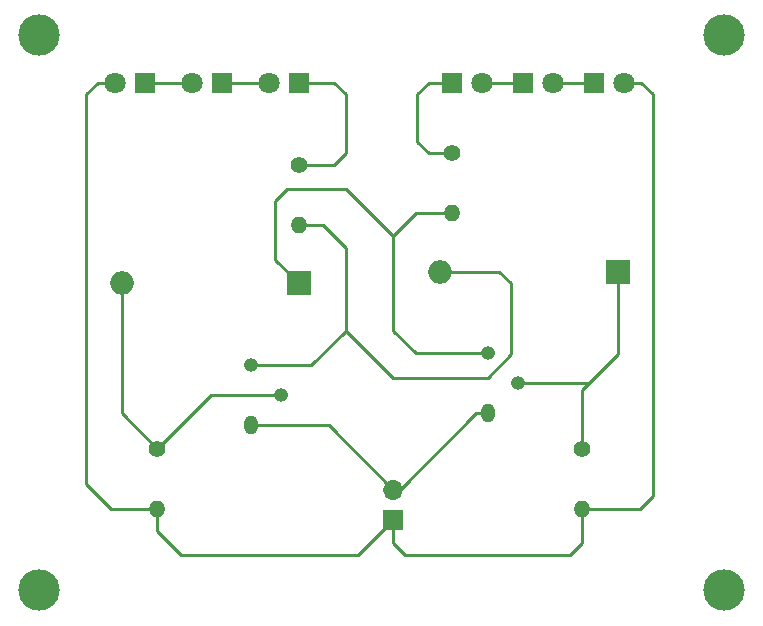
<source format=gbr>
%TF.GenerationSoftware,KiCad,Pcbnew,(5.1.12)-1*%
%TF.CreationDate,2023-08-13T12:23:47+05:30*%
%TF.ProjectId,dancing led,64616e63-696e-4672-906c-65642e6b6963,rev?*%
%TF.SameCoordinates,Original*%
%TF.FileFunction,Copper,L2,Bot*%
%TF.FilePolarity,Positive*%
%FSLAX46Y46*%
G04 Gerber Fmt 4.6, Leading zero omitted, Abs format (unit mm)*
G04 Created by KiCad (PCBNEW (5.1.12)-1) date 2023-08-13 12:23:47*
%MOMM*%
%LPD*%
G01*
G04 APERTURE LIST*
%TA.AperFunction,ComponentPad*%
%ADD10O,1.200000X1.200000*%
%TD*%
%TA.AperFunction,ComponentPad*%
%ADD11O,1.200000X1.600000*%
%TD*%
%TA.AperFunction,ComponentPad*%
%ADD12C,1.800000*%
%TD*%
%TA.AperFunction,ComponentPad*%
%ADD13R,1.800000X1.800000*%
%TD*%
%TA.AperFunction,ComponentPad*%
%ADD14O,1.400000X1.400000*%
%TD*%
%TA.AperFunction,ComponentPad*%
%ADD15C,1.400000*%
%TD*%
%TA.AperFunction,ComponentPad*%
%ADD16O,2.000000X2.000000*%
%TD*%
%TA.AperFunction,ComponentPad*%
%ADD17R,2.000000X2.000000*%
%TD*%
%TA.AperFunction,ComponentPad*%
%ADD18O,1.700000X1.700000*%
%TD*%
%TA.AperFunction,ComponentPad*%
%ADD19R,1.700000X1.700000*%
%TD*%
%TA.AperFunction,ViaPad*%
%ADD20C,3.500000*%
%TD*%
%TA.AperFunction,Conductor*%
%ADD21C,0.250000*%
%TD*%
G04 APERTURE END LIST*
D10*
%TO.P,T2,3*%
%TO.N,Net-(C1-Pad1)*%
X172000000Y-95920000D03*
%TO.P,T2,2*%
%TO.N,Net-(C2-Pad1)*%
X174540000Y-98460000D03*
D11*
%TO.P,T2,1*%
%TO.N,Net-(9V1-Pad2)*%
X172000000Y-101000000D03*
%TD*%
D10*
%TO.P,T1,3*%
%TO.N,Net-(C2-Pad2)*%
X152000000Y-96920000D03*
%TO.P,T1,2*%
%TO.N,Net-(C1-Pad2)*%
X154540000Y-99460000D03*
D11*
%TO.P,T1,1*%
%TO.N,Net-(9V1-Pad2)*%
X152000000Y-102000000D03*
%TD*%
D12*
%TO.P,R7,2*%
%TO.N,Net-(G3-Pad1)*%
X177540000Y-73000000D03*
D13*
%TO.P,R7,1*%
%TO.N,Net-(G2-Pad2)*%
X175000000Y-73000000D03*
%TD*%
D12*
%TO.P,R6,2*%
%TO.N,Net-(G1-Pad1)*%
X153460000Y-73000000D03*
D13*
%TO.P,R6,1*%
%TO.N,Net-(R1-Pad1)*%
X156000000Y-73000000D03*
%TD*%
D12*
%TO.P,R5,2*%
%TO.N,Net-(9V1-Pad1)*%
X140460000Y-73000000D03*
D13*
%TO.P,R5,1*%
%TO.N,Net-(G1-Pad2)*%
X143000000Y-73000000D03*
%TD*%
D14*
%TO.P,R4,2*%
%TO.N,Net-(9V1-Pad1)*%
X180000000Y-109080000D03*
D15*
%TO.P,R4,1*%
%TO.N,Net-(C2-Pad1)*%
X180000000Y-104000000D03*
%TD*%
D14*
%TO.P,R3,2*%
%TO.N,Net-(9V1-Pad1)*%
X144000000Y-109080000D03*
D15*
%TO.P,R3,1*%
%TO.N,Net-(C1-Pad2)*%
X144000000Y-104000000D03*
%TD*%
D14*
%TO.P,R2,2*%
%TO.N,Net-(C1-Pad1)*%
X169000000Y-84080000D03*
D15*
%TO.P,R2,1*%
%TO.N,Net-(G2-Pad1)*%
X169000000Y-79000000D03*
%TD*%
D14*
%TO.P,R1,2*%
%TO.N,Net-(C2-Pad2)*%
X156000000Y-85080000D03*
D15*
%TO.P,R1,1*%
%TO.N,Net-(R1-Pad1)*%
X156000000Y-80000000D03*
%TD*%
D12*
%TO.P,G3,2*%
%TO.N,Net-(9V1-Pad1)*%
X183540000Y-73000000D03*
D13*
%TO.P,G3,1*%
%TO.N,Net-(G3-Pad1)*%
X181000000Y-73000000D03*
%TD*%
D12*
%TO.P,G2,2*%
%TO.N,Net-(G2-Pad2)*%
X171540000Y-73000000D03*
D13*
%TO.P,G2,1*%
%TO.N,Net-(G2-Pad1)*%
X169000000Y-73000000D03*
%TD*%
D12*
%TO.P,G1,2*%
%TO.N,Net-(G1-Pad2)*%
X147000000Y-73000000D03*
D13*
%TO.P,G1,1*%
%TO.N,Net-(G1-Pad1)*%
X149540000Y-73000000D03*
%TD*%
D16*
%TO.P,C2,2*%
%TO.N,Net-(C2-Pad2)*%
X168000000Y-89000000D03*
D17*
%TO.P,C2,1*%
%TO.N,Net-(C2-Pad1)*%
X183000000Y-89000000D03*
%TD*%
D16*
%TO.P,C1,2*%
%TO.N,Net-(C1-Pad2)*%
X141000000Y-90000000D03*
D17*
%TO.P,C1,1*%
%TO.N,Net-(C1-Pad1)*%
X156000000Y-90000000D03*
%TD*%
D18*
%TO.P,9V1,2*%
%TO.N,Net-(9V1-Pad2)*%
X164000000Y-107460000D03*
D19*
%TO.P,9V1,1*%
%TO.N,Net-(9V1-Pad1)*%
X164000000Y-110000000D03*
%TD*%
D20*
%TO.N,*%
X134000000Y-69000000D03*
X192000000Y-69000000D03*
X134000000Y-116000000D03*
X192000000Y-116000000D03*
%TD*%
D21*
%TO.N,Net-(9V1-Pad2)*%
X158540000Y-102000000D02*
X164000000Y-107460000D01*
X152000000Y-102000000D02*
X158540000Y-102000000D01*
X172000000Y-101000000D02*
X171000000Y-101000000D01*
X164540000Y-107460000D02*
X164000000Y-107460000D01*
X171000000Y-101000000D02*
X164540000Y-107460000D01*
%TO.N,Net-(9V1-Pad1)*%
X183540000Y-73000000D02*
X185000000Y-73000000D01*
X185000000Y-73000000D02*
X186000000Y-74000000D01*
X186000000Y-74000000D02*
X186000000Y-108000000D01*
X184920000Y-109080000D02*
X180000000Y-109080000D01*
X186000000Y-108000000D02*
X184920000Y-109080000D01*
X140460000Y-73000000D02*
X139000000Y-73000000D01*
X139000000Y-73000000D02*
X138000000Y-74000000D01*
X138000000Y-74000000D02*
X138000000Y-107000000D01*
X140080000Y-109080000D02*
X144000000Y-109080000D01*
X138000000Y-107000000D02*
X140080000Y-109080000D01*
X144000000Y-109080000D02*
X144000000Y-111000000D01*
X144000000Y-111000000D02*
X146000000Y-113000000D01*
X161000000Y-113000000D02*
X164000000Y-110000000D01*
X146000000Y-113000000D02*
X161000000Y-113000000D01*
X164000000Y-110000000D02*
X164000000Y-112000000D01*
X164000000Y-112000000D02*
X165000000Y-113000000D01*
X165000000Y-113000000D02*
X179000000Y-113000000D01*
X180000000Y-112000000D02*
X180000000Y-109080000D01*
X179000000Y-113000000D02*
X180000000Y-112000000D01*
%TO.N,Net-(C1-Pad2)*%
X141000000Y-101000000D02*
X144000000Y-104000000D01*
X141000000Y-90000000D02*
X141000000Y-101000000D01*
X148540000Y-99460000D02*
X144000000Y-104000000D01*
X154540000Y-99460000D02*
X148540000Y-99460000D01*
%TO.N,Net-(C1-Pad1)*%
X169000000Y-84080000D02*
X165920000Y-84080000D01*
X165920000Y-84080000D02*
X164000000Y-86000000D01*
X164000000Y-86000000D02*
X164000000Y-94000000D01*
X165920000Y-95920000D02*
X172000000Y-95920000D01*
X164000000Y-94000000D02*
X165920000Y-95920000D01*
X160000000Y-82000000D02*
X164000000Y-86000000D01*
X155000000Y-82000000D02*
X160000000Y-82000000D01*
X154000000Y-83000000D02*
X155000000Y-82000000D01*
X154000000Y-88000000D02*
X154000000Y-83000000D01*
X156000000Y-90000000D02*
X154000000Y-88000000D01*
%TO.N,Net-(C2-Pad2)*%
X156000000Y-85080000D02*
X158080000Y-85080000D01*
X158080000Y-85080000D02*
X160000000Y-87000000D01*
X157080000Y-96920000D02*
X152000000Y-96920000D01*
X160000000Y-94000000D02*
X157080000Y-96920000D01*
X160000000Y-87000000D02*
X160000000Y-94000000D01*
X173000000Y-89000000D02*
X168000000Y-89000000D01*
X174000000Y-90000000D02*
X173000000Y-89000000D01*
X174000000Y-96000000D02*
X174000000Y-90000000D01*
X172000000Y-98000000D02*
X174000000Y-96000000D01*
X164000000Y-98000000D02*
X172000000Y-98000000D01*
X160000000Y-94000000D02*
X164000000Y-98000000D01*
%TO.N,Net-(C2-Pad1)*%
X174540000Y-98460000D02*
X180540000Y-98460000D01*
X183000000Y-96000000D02*
X183000000Y-89000000D01*
X180540000Y-98460000D02*
X183000000Y-96000000D01*
X180000000Y-104000000D02*
X180000000Y-99000000D01*
X180000000Y-99000000D02*
X183000000Y-96000000D01*
%TO.N,Net-(G1-Pad2)*%
X143000000Y-73000000D02*
X147000000Y-73000000D01*
%TO.N,Net-(G1-Pad1)*%
X149540000Y-73000000D02*
X153460000Y-73000000D01*
%TO.N,Net-(G2-Pad2)*%
X171540000Y-73000000D02*
X175000000Y-73000000D01*
%TO.N,Net-(G2-Pad1)*%
X167000000Y-79000000D02*
X169000000Y-79000000D01*
X167000000Y-73000000D02*
X166000000Y-74000000D01*
X166000000Y-78000000D02*
X167000000Y-79000000D01*
X166000000Y-74000000D02*
X166000000Y-78000000D01*
X169000000Y-73000000D02*
X167000000Y-73000000D01*
%TO.N,Net-(G3-Pad1)*%
X177540000Y-73000000D02*
X181000000Y-73000000D01*
%TO.N,Net-(R1-Pad1)*%
X160000000Y-79000000D02*
X159000000Y-80000000D01*
X160000000Y-74000000D02*
X160000000Y-79000000D01*
X159000000Y-73000000D02*
X160000000Y-74000000D01*
X159000000Y-80000000D02*
X156000000Y-80000000D01*
X156000000Y-73000000D02*
X159000000Y-73000000D01*
%TD*%
M02*

</source>
